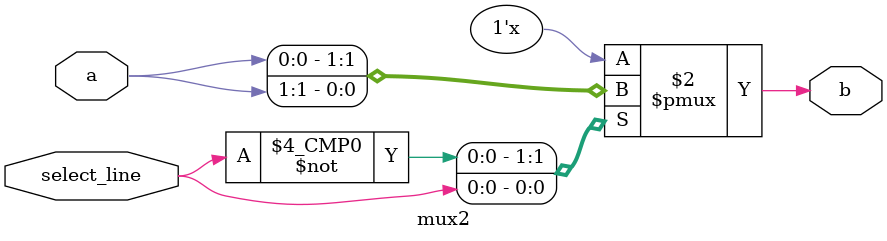
<source format=v>

module mux2(
input [1:0]a,
input select_line, 
output reg b);

	always@(*) begin
	
		case(select_line)
	
		1'b0 : b = a[0];
		1'b1 : b = a[1];
		default : b = 1'b0;
	
		endcase
	end

endmodule

</source>
